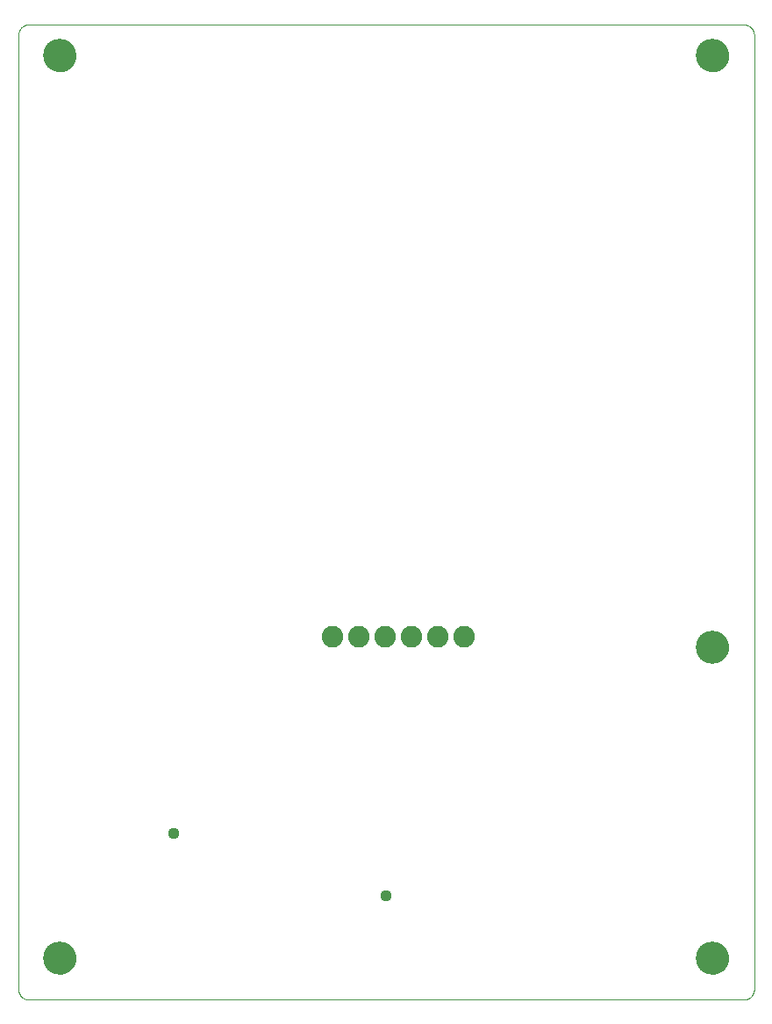
<source format=gts>
G75*
%MOIN*%
%OFA0B0*%
%FSLAX25Y25*%
%IPPOS*%
%LPD*%
%AMOC8*
5,1,8,0,0,1.08239X$1,22.5*
%
%ADD10C,0.00000*%
%ADD11C,0.08200*%
%ADD12C,0.12611*%
%ADD13C,0.04369*%
D10*
X0005437Y0002252D02*
X0277091Y0002252D01*
X0277215Y0002254D01*
X0277338Y0002260D01*
X0277462Y0002269D01*
X0277584Y0002283D01*
X0277707Y0002300D01*
X0277829Y0002322D01*
X0277950Y0002347D01*
X0278070Y0002376D01*
X0278189Y0002408D01*
X0278308Y0002445D01*
X0278425Y0002485D01*
X0278540Y0002528D01*
X0278655Y0002576D01*
X0278767Y0002627D01*
X0278878Y0002681D01*
X0278988Y0002739D01*
X0279095Y0002800D01*
X0279201Y0002865D01*
X0279304Y0002933D01*
X0279405Y0003004D01*
X0279504Y0003078D01*
X0279601Y0003155D01*
X0279695Y0003236D01*
X0279786Y0003319D01*
X0279875Y0003405D01*
X0279961Y0003494D01*
X0280044Y0003585D01*
X0280125Y0003679D01*
X0280202Y0003776D01*
X0280276Y0003875D01*
X0280347Y0003976D01*
X0280415Y0004079D01*
X0280480Y0004185D01*
X0280541Y0004292D01*
X0280599Y0004402D01*
X0280653Y0004513D01*
X0280704Y0004625D01*
X0280752Y0004740D01*
X0280795Y0004855D01*
X0280835Y0004972D01*
X0280872Y0005091D01*
X0280904Y0005210D01*
X0280933Y0005330D01*
X0280958Y0005451D01*
X0280980Y0005573D01*
X0280997Y0005696D01*
X0281011Y0005818D01*
X0281020Y0005942D01*
X0281026Y0006065D01*
X0281028Y0006189D01*
X0281028Y0368394D01*
X0281026Y0368518D01*
X0281020Y0368641D01*
X0281011Y0368765D01*
X0280997Y0368887D01*
X0280980Y0369010D01*
X0280958Y0369132D01*
X0280933Y0369253D01*
X0280904Y0369373D01*
X0280872Y0369492D01*
X0280835Y0369611D01*
X0280795Y0369728D01*
X0280752Y0369843D01*
X0280704Y0369958D01*
X0280653Y0370070D01*
X0280599Y0370181D01*
X0280541Y0370291D01*
X0280480Y0370398D01*
X0280415Y0370504D01*
X0280347Y0370607D01*
X0280276Y0370708D01*
X0280202Y0370807D01*
X0280125Y0370904D01*
X0280044Y0370998D01*
X0279961Y0371089D01*
X0279875Y0371178D01*
X0279786Y0371264D01*
X0279695Y0371347D01*
X0279601Y0371428D01*
X0279504Y0371505D01*
X0279405Y0371579D01*
X0279304Y0371650D01*
X0279201Y0371718D01*
X0279095Y0371783D01*
X0278988Y0371844D01*
X0278878Y0371902D01*
X0278767Y0371956D01*
X0278655Y0372007D01*
X0278540Y0372055D01*
X0278425Y0372098D01*
X0278308Y0372138D01*
X0278189Y0372175D01*
X0278070Y0372207D01*
X0277950Y0372236D01*
X0277829Y0372261D01*
X0277707Y0372283D01*
X0277584Y0372300D01*
X0277462Y0372314D01*
X0277338Y0372323D01*
X0277215Y0372329D01*
X0277091Y0372331D01*
X0005437Y0372331D01*
X0005313Y0372329D01*
X0005190Y0372323D01*
X0005066Y0372314D01*
X0004944Y0372300D01*
X0004821Y0372283D01*
X0004699Y0372261D01*
X0004578Y0372236D01*
X0004458Y0372207D01*
X0004339Y0372175D01*
X0004220Y0372138D01*
X0004103Y0372098D01*
X0003988Y0372055D01*
X0003873Y0372007D01*
X0003761Y0371956D01*
X0003650Y0371902D01*
X0003540Y0371844D01*
X0003433Y0371783D01*
X0003327Y0371718D01*
X0003224Y0371650D01*
X0003123Y0371579D01*
X0003024Y0371505D01*
X0002927Y0371428D01*
X0002833Y0371347D01*
X0002742Y0371264D01*
X0002653Y0371178D01*
X0002567Y0371089D01*
X0002484Y0370998D01*
X0002403Y0370904D01*
X0002326Y0370807D01*
X0002252Y0370708D01*
X0002181Y0370607D01*
X0002113Y0370504D01*
X0002048Y0370398D01*
X0001987Y0370291D01*
X0001929Y0370181D01*
X0001875Y0370070D01*
X0001824Y0369958D01*
X0001776Y0369843D01*
X0001733Y0369728D01*
X0001693Y0369611D01*
X0001656Y0369492D01*
X0001624Y0369373D01*
X0001595Y0369253D01*
X0001570Y0369132D01*
X0001548Y0369010D01*
X0001531Y0368887D01*
X0001517Y0368765D01*
X0001508Y0368641D01*
X0001502Y0368518D01*
X0001500Y0368394D01*
X0001500Y0006189D01*
X0001502Y0006065D01*
X0001508Y0005942D01*
X0001517Y0005818D01*
X0001531Y0005696D01*
X0001548Y0005573D01*
X0001570Y0005451D01*
X0001595Y0005330D01*
X0001624Y0005210D01*
X0001656Y0005091D01*
X0001693Y0004972D01*
X0001733Y0004855D01*
X0001776Y0004740D01*
X0001824Y0004625D01*
X0001875Y0004513D01*
X0001929Y0004402D01*
X0001987Y0004292D01*
X0002048Y0004185D01*
X0002113Y0004079D01*
X0002181Y0003976D01*
X0002252Y0003875D01*
X0002326Y0003776D01*
X0002403Y0003679D01*
X0002484Y0003585D01*
X0002567Y0003494D01*
X0002653Y0003405D01*
X0002742Y0003319D01*
X0002833Y0003236D01*
X0002927Y0003155D01*
X0003024Y0003078D01*
X0003123Y0003004D01*
X0003224Y0002933D01*
X0003327Y0002865D01*
X0003433Y0002800D01*
X0003540Y0002739D01*
X0003650Y0002681D01*
X0003761Y0002627D01*
X0003873Y0002576D01*
X0003988Y0002528D01*
X0004103Y0002485D01*
X0004220Y0002445D01*
X0004339Y0002408D01*
X0004458Y0002376D01*
X0004578Y0002347D01*
X0004699Y0002322D01*
X0004821Y0002300D01*
X0004944Y0002283D01*
X0005066Y0002269D01*
X0005190Y0002260D01*
X0005313Y0002254D01*
X0005437Y0002252D01*
X0011342Y0018000D02*
X0011344Y0018153D01*
X0011350Y0018307D01*
X0011360Y0018460D01*
X0011374Y0018612D01*
X0011392Y0018765D01*
X0011414Y0018916D01*
X0011439Y0019067D01*
X0011469Y0019218D01*
X0011503Y0019368D01*
X0011540Y0019516D01*
X0011581Y0019664D01*
X0011626Y0019810D01*
X0011675Y0019956D01*
X0011728Y0020100D01*
X0011784Y0020242D01*
X0011844Y0020383D01*
X0011908Y0020523D01*
X0011975Y0020661D01*
X0012046Y0020797D01*
X0012121Y0020931D01*
X0012198Y0021063D01*
X0012280Y0021193D01*
X0012364Y0021321D01*
X0012452Y0021447D01*
X0012543Y0021570D01*
X0012637Y0021691D01*
X0012735Y0021809D01*
X0012835Y0021925D01*
X0012939Y0022038D01*
X0013045Y0022149D01*
X0013154Y0022257D01*
X0013266Y0022362D01*
X0013380Y0022463D01*
X0013498Y0022562D01*
X0013617Y0022658D01*
X0013739Y0022751D01*
X0013864Y0022840D01*
X0013991Y0022927D01*
X0014120Y0023009D01*
X0014251Y0023089D01*
X0014384Y0023165D01*
X0014519Y0023238D01*
X0014656Y0023307D01*
X0014795Y0023372D01*
X0014935Y0023434D01*
X0015077Y0023492D01*
X0015220Y0023547D01*
X0015365Y0023598D01*
X0015511Y0023645D01*
X0015658Y0023688D01*
X0015806Y0023727D01*
X0015955Y0023763D01*
X0016105Y0023794D01*
X0016256Y0023822D01*
X0016407Y0023846D01*
X0016560Y0023866D01*
X0016712Y0023882D01*
X0016865Y0023894D01*
X0017018Y0023902D01*
X0017171Y0023906D01*
X0017325Y0023906D01*
X0017478Y0023902D01*
X0017631Y0023894D01*
X0017784Y0023882D01*
X0017936Y0023866D01*
X0018089Y0023846D01*
X0018240Y0023822D01*
X0018391Y0023794D01*
X0018541Y0023763D01*
X0018690Y0023727D01*
X0018838Y0023688D01*
X0018985Y0023645D01*
X0019131Y0023598D01*
X0019276Y0023547D01*
X0019419Y0023492D01*
X0019561Y0023434D01*
X0019701Y0023372D01*
X0019840Y0023307D01*
X0019977Y0023238D01*
X0020112Y0023165D01*
X0020245Y0023089D01*
X0020376Y0023009D01*
X0020505Y0022927D01*
X0020632Y0022840D01*
X0020757Y0022751D01*
X0020879Y0022658D01*
X0020998Y0022562D01*
X0021116Y0022463D01*
X0021230Y0022362D01*
X0021342Y0022257D01*
X0021451Y0022149D01*
X0021557Y0022038D01*
X0021661Y0021925D01*
X0021761Y0021809D01*
X0021859Y0021691D01*
X0021953Y0021570D01*
X0022044Y0021447D01*
X0022132Y0021321D01*
X0022216Y0021193D01*
X0022298Y0021063D01*
X0022375Y0020931D01*
X0022450Y0020797D01*
X0022521Y0020661D01*
X0022588Y0020523D01*
X0022652Y0020383D01*
X0022712Y0020242D01*
X0022768Y0020100D01*
X0022821Y0019956D01*
X0022870Y0019810D01*
X0022915Y0019664D01*
X0022956Y0019516D01*
X0022993Y0019368D01*
X0023027Y0019218D01*
X0023057Y0019067D01*
X0023082Y0018916D01*
X0023104Y0018765D01*
X0023122Y0018612D01*
X0023136Y0018460D01*
X0023146Y0018307D01*
X0023152Y0018153D01*
X0023154Y0018000D01*
X0023152Y0017847D01*
X0023146Y0017693D01*
X0023136Y0017540D01*
X0023122Y0017388D01*
X0023104Y0017235D01*
X0023082Y0017084D01*
X0023057Y0016933D01*
X0023027Y0016782D01*
X0022993Y0016632D01*
X0022956Y0016484D01*
X0022915Y0016336D01*
X0022870Y0016190D01*
X0022821Y0016044D01*
X0022768Y0015900D01*
X0022712Y0015758D01*
X0022652Y0015617D01*
X0022588Y0015477D01*
X0022521Y0015339D01*
X0022450Y0015203D01*
X0022375Y0015069D01*
X0022298Y0014937D01*
X0022216Y0014807D01*
X0022132Y0014679D01*
X0022044Y0014553D01*
X0021953Y0014430D01*
X0021859Y0014309D01*
X0021761Y0014191D01*
X0021661Y0014075D01*
X0021557Y0013962D01*
X0021451Y0013851D01*
X0021342Y0013743D01*
X0021230Y0013638D01*
X0021116Y0013537D01*
X0020998Y0013438D01*
X0020879Y0013342D01*
X0020757Y0013249D01*
X0020632Y0013160D01*
X0020505Y0013073D01*
X0020376Y0012991D01*
X0020245Y0012911D01*
X0020112Y0012835D01*
X0019977Y0012762D01*
X0019840Y0012693D01*
X0019701Y0012628D01*
X0019561Y0012566D01*
X0019419Y0012508D01*
X0019276Y0012453D01*
X0019131Y0012402D01*
X0018985Y0012355D01*
X0018838Y0012312D01*
X0018690Y0012273D01*
X0018541Y0012237D01*
X0018391Y0012206D01*
X0018240Y0012178D01*
X0018089Y0012154D01*
X0017936Y0012134D01*
X0017784Y0012118D01*
X0017631Y0012106D01*
X0017478Y0012098D01*
X0017325Y0012094D01*
X0017171Y0012094D01*
X0017018Y0012098D01*
X0016865Y0012106D01*
X0016712Y0012118D01*
X0016560Y0012134D01*
X0016407Y0012154D01*
X0016256Y0012178D01*
X0016105Y0012206D01*
X0015955Y0012237D01*
X0015806Y0012273D01*
X0015658Y0012312D01*
X0015511Y0012355D01*
X0015365Y0012402D01*
X0015220Y0012453D01*
X0015077Y0012508D01*
X0014935Y0012566D01*
X0014795Y0012628D01*
X0014656Y0012693D01*
X0014519Y0012762D01*
X0014384Y0012835D01*
X0014251Y0012911D01*
X0014120Y0012991D01*
X0013991Y0013073D01*
X0013864Y0013160D01*
X0013739Y0013249D01*
X0013617Y0013342D01*
X0013498Y0013438D01*
X0013380Y0013537D01*
X0013266Y0013638D01*
X0013154Y0013743D01*
X0013045Y0013851D01*
X0012939Y0013962D01*
X0012835Y0014075D01*
X0012735Y0014191D01*
X0012637Y0014309D01*
X0012543Y0014430D01*
X0012452Y0014553D01*
X0012364Y0014679D01*
X0012280Y0014807D01*
X0012198Y0014937D01*
X0012121Y0015069D01*
X0012046Y0015203D01*
X0011975Y0015339D01*
X0011908Y0015477D01*
X0011844Y0015617D01*
X0011784Y0015758D01*
X0011728Y0015900D01*
X0011675Y0016044D01*
X0011626Y0016190D01*
X0011581Y0016336D01*
X0011540Y0016484D01*
X0011503Y0016632D01*
X0011469Y0016782D01*
X0011439Y0016933D01*
X0011414Y0017084D01*
X0011392Y0017235D01*
X0011374Y0017388D01*
X0011360Y0017540D01*
X0011350Y0017693D01*
X0011344Y0017847D01*
X0011342Y0018000D01*
X0259374Y0018000D02*
X0259376Y0018153D01*
X0259382Y0018307D01*
X0259392Y0018460D01*
X0259406Y0018612D01*
X0259424Y0018765D01*
X0259446Y0018916D01*
X0259471Y0019067D01*
X0259501Y0019218D01*
X0259535Y0019368D01*
X0259572Y0019516D01*
X0259613Y0019664D01*
X0259658Y0019810D01*
X0259707Y0019956D01*
X0259760Y0020100D01*
X0259816Y0020242D01*
X0259876Y0020383D01*
X0259940Y0020523D01*
X0260007Y0020661D01*
X0260078Y0020797D01*
X0260153Y0020931D01*
X0260230Y0021063D01*
X0260312Y0021193D01*
X0260396Y0021321D01*
X0260484Y0021447D01*
X0260575Y0021570D01*
X0260669Y0021691D01*
X0260767Y0021809D01*
X0260867Y0021925D01*
X0260971Y0022038D01*
X0261077Y0022149D01*
X0261186Y0022257D01*
X0261298Y0022362D01*
X0261412Y0022463D01*
X0261530Y0022562D01*
X0261649Y0022658D01*
X0261771Y0022751D01*
X0261896Y0022840D01*
X0262023Y0022927D01*
X0262152Y0023009D01*
X0262283Y0023089D01*
X0262416Y0023165D01*
X0262551Y0023238D01*
X0262688Y0023307D01*
X0262827Y0023372D01*
X0262967Y0023434D01*
X0263109Y0023492D01*
X0263252Y0023547D01*
X0263397Y0023598D01*
X0263543Y0023645D01*
X0263690Y0023688D01*
X0263838Y0023727D01*
X0263987Y0023763D01*
X0264137Y0023794D01*
X0264288Y0023822D01*
X0264439Y0023846D01*
X0264592Y0023866D01*
X0264744Y0023882D01*
X0264897Y0023894D01*
X0265050Y0023902D01*
X0265203Y0023906D01*
X0265357Y0023906D01*
X0265510Y0023902D01*
X0265663Y0023894D01*
X0265816Y0023882D01*
X0265968Y0023866D01*
X0266121Y0023846D01*
X0266272Y0023822D01*
X0266423Y0023794D01*
X0266573Y0023763D01*
X0266722Y0023727D01*
X0266870Y0023688D01*
X0267017Y0023645D01*
X0267163Y0023598D01*
X0267308Y0023547D01*
X0267451Y0023492D01*
X0267593Y0023434D01*
X0267733Y0023372D01*
X0267872Y0023307D01*
X0268009Y0023238D01*
X0268144Y0023165D01*
X0268277Y0023089D01*
X0268408Y0023009D01*
X0268537Y0022927D01*
X0268664Y0022840D01*
X0268789Y0022751D01*
X0268911Y0022658D01*
X0269030Y0022562D01*
X0269148Y0022463D01*
X0269262Y0022362D01*
X0269374Y0022257D01*
X0269483Y0022149D01*
X0269589Y0022038D01*
X0269693Y0021925D01*
X0269793Y0021809D01*
X0269891Y0021691D01*
X0269985Y0021570D01*
X0270076Y0021447D01*
X0270164Y0021321D01*
X0270248Y0021193D01*
X0270330Y0021063D01*
X0270407Y0020931D01*
X0270482Y0020797D01*
X0270553Y0020661D01*
X0270620Y0020523D01*
X0270684Y0020383D01*
X0270744Y0020242D01*
X0270800Y0020100D01*
X0270853Y0019956D01*
X0270902Y0019810D01*
X0270947Y0019664D01*
X0270988Y0019516D01*
X0271025Y0019368D01*
X0271059Y0019218D01*
X0271089Y0019067D01*
X0271114Y0018916D01*
X0271136Y0018765D01*
X0271154Y0018612D01*
X0271168Y0018460D01*
X0271178Y0018307D01*
X0271184Y0018153D01*
X0271186Y0018000D01*
X0271184Y0017847D01*
X0271178Y0017693D01*
X0271168Y0017540D01*
X0271154Y0017388D01*
X0271136Y0017235D01*
X0271114Y0017084D01*
X0271089Y0016933D01*
X0271059Y0016782D01*
X0271025Y0016632D01*
X0270988Y0016484D01*
X0270947Y0016336D01*
X0270902Y0016190D01*
X0270853Y0016044D01*
X0270800Y0015900D01*
X0270744Y0015758D01*
X0270684Y0015617D01*
X0270620Y0015477D01*
X0270553Y0015339D01*
X0270482Y0015203D01*
X0270407Y0015069D01*
X0270330Y0014937D01*
X0270248Y0014807D01*
X0270164Y0014679D01*
X0270076Y0014553D01*
X0269985Y0014430D01*
X0269891Y0014309D01*
X0269793Y0014191D01*
X0269693Y0014075D01*
X0269589Y0013962D01*
X0269483Y0013851D01*
X0269374Y0013743D01*
X0269262Y0013638D01*
X0269148Y0013537D01*
X0269030Y0013438D01*
X0268911Y0013342D01*
X0268789Y0013249D01*
X0268664Y0013160D01*
X0268537Y0013073D01*
X0268408Y0012991D01*
X0268277Y0012911D01*
X0268144Y0012835D01*
X0268009Y0012762D01*
X0267872Y0012693D01*
X0267733Y0012628D01*
X0267593Y0012566D01*
X0267451Y0012508D01*
X0267308Y0012453D01*
X0267163Y0012402D01*
X0267017Y0012355D01*
X0266870Y0012312D01*
X0266722Y0012273D01*
X0266573Y0012237D01*
X0266423Y0012206D01*
X0266272Y0012178D01*
X0266121Y0012154D01*
X0265968Y0012134D01*
X0265816Y0012118D01*
X0265663Y0012106D01*
X0265510Y0012098D01*
X0265357Y0012094D01*
X0265203Y0012094D01*
X0265050Y0012098D01*
X0264897Y0012106D01*
X0264744Y0012118D01*
X0264592Y0012134D01*
X0264439Y0012154D01*
X0264288Y0012178D01*
X0264137Y0012206D01*
X0263987Y0012237D01*
X0263838Y0012273D01*
X0263690Y0012312D01*
X0263543Y0012355D01*
X0263397Y0012402D01*
X0263252Y0012453D01*
X0263109Y0012508D01*
X0262967Y0012566D01*
X0262827Y0012628D01*
X0262688Y0012693D01*
X0262551Y0012762D01*
X0262416Y0012835D01*
X0262283Y0012911D01*
X0262152Y0012991D01*
X0262023Y0013073D01*
X0261896Y0013160D01*
X0261771Y0013249D01*
X0261649Y0013342D01*
X0261530Y0013438D01*
X0261412Y0013537D01*
X0261298Y0013638D01*
X0261186Y0013743D01*
X0261077Y0013851D01*
X0260971Y0013962D01*
X0260867Y0014075D01*
X0260767Y0014191D01*
X0260669Y0014309D01*
X0260575Y0014430D01*
X0260484Y0014553D01*
X0260396Y0014679D01*
X0260312Y0014807D01*
X0260230Y0014937D01*
X0260153Y0015069D01*
X0260078Y0015203D01*
X0260007Y0015339D01*
X0259940Y0015477D01*
X0259876Y0015617D01*
X0259816Y0015758D01*
X0259760Y0015900D01*
X0259707Y0016044D01*
X0259658Y0016190D01*
X0259613Y0016336D01*
X0259572Y0016484D01*
X0259535Y0016632D01*
X0259501Y0016782D01*
X0259471Y0016933D01*
X0259446Y0017084D01*
X0259424Y0017235D01*
X0259406Y0017388D01*
X0259392Y0017540D01*
X0259382Y0017693D01*
X0259376Y0017847D01*
X0259374Y0018000D01*
X0259374Y0136110D02*
X0259376Y0136263D01*
X0259382Y0136417D01*
X0259392Y0136570D01*
X0259406Y0136722D01*
X0259424Y0136875D01*
X0259446Y0137026D01*
X0259471Y0137177D01*
X0259501Y0137328D01*
X0259535Y0137478D01*
X0259572Y0137626D01*
X0259613Y0137774D01*
X0259658Y0137920D01*
X0259707Y0138066D01*
X0259760Y0138210D01*
X0259816Y0138352D01*
X0259876Y0138493D01*
X0259940Y0138633D01*
X0260007Y0138771D01*
X0260078Y0138907D01*
X0260153Y0139041D01*
X0260230Y0139173D01*
X0260312Y0139303D01*
X0260396Y0139431D01*
X0260484Y0139557D01*
X0260575Y0139680D01*
X0260669Y0139801D01*
X0260767Y0139919D01*
X0260867Y0140035D01*
X0260971Y0140148D01*
X0261077Y0140259D01*
X0261186Y0140367D01*
X0261298Y0140472D01*
X0261412Y0140573D01*
X0261530Y0140672D01*
X0261649Y0140768D01*
X0261771Y0140861D01*
X0261896Y0140950D01*
X0262023Y0141037D01*
X0262152Y0141119D01*
X0262283Y0141199D01*
X0262416Y0141275D01*
X0262551Y0141348D01*
X0262688Y0141417D01*
X0262827Y0141482D01*
X0262967Y0141544D01*
X0263109Y0141602D01*
X0263252Y0141657D01*
X0263397Y0141708D01*
X0263543Y0141755D01*
X0263690Y0141798D01*
X0263838Y0141837D01*
X0263987Y0141873D01*
X0264137Y0141904D01*
X0264288Y0141932D01*
X0264439Y0141956D01*
X0264592Y0141976D01*
X0264744Y0141992D01*
X0264897Y0142004D01*
X0265050Y0142012D01*
X0265203Y0142016D01*
X0265357Y0142016D01*
X0265510Y0142012D01*
X0265663Y0142004D01*
X0265816Y0141992D01*
X0265968Y0141976D01*
X0266121Y0141956D01*
X0266272Y0141932D01*
X0266423Y0141904D01*
X0266573Y0141873D01*
X0266722Y0141837D01*
X0266870Y0141798D01*
X0267017Y0141755D01*
X0267163Y0141708D01*
X0267308Y0141657D01*
X0267451Y0141602D01*
X0267593Y0141544D01*
X0267733Y0141482D01*
X0267872Y0141417D01*
X0268009Y0141348D01*
X0268144Y0141275D01*
X0268277Y0141199D01*
X0268408Y0141119D01*
X0268537Y0141037D01*
X0268664Y0140950D01*
X0268789Y0140861D01*
X0268911Y0140768D01*
X0269030Y0140672D01*
X0269148Y0140573D01*
X0269262Y0140472D01*
X0269374Y0140367D01*
X0269483Y0140259D01*
X0269589Y0140148D01*
X0269693Y0140035D01*
X0269793Y0139919D01*
X0269891Y0139801D01*
X0269985Y0139680D01*
X0270076Y0139557D01*
X0270164Y0139431D01*
X0270248Y0139303D01*
X0270330Y0139173D01*
X0270407Y0139041D01*
X0270482Y0138907D01*
X0270553Y0138771D01*
X0270620Y0138633D01*
X0270684Y0138493D01*
X0270744Y0138352D01*
X0270800Y0138210D01*
X0270853Y0138066D01*
X0270902Y0137920D01*
X0270947Y0137774D01*
X0270988Y0137626D01*
X0271025Y0137478D01*
X0271059Y0137328D01*
X0271089Y0137177D01*
X0271114Y0137026D01*
X0271136Y0136875D01*
X0271154Y0136722D01*
X0271168Y0136570D01*
X0271178Y0136417D01*
X0271184Y0136263D01*
X0271186Y0136110D01*
X0271184Y0135957D01*
X0271178Y0135803D01*
X0271168Y0135650D01*
X0271154Y0135498D01*
X0271136Y0135345D01*
X0271114Y0135194D01*
X0271089Y0135043D01*
X0271059Y0134892D01*
X0271025Y0134742D01*
X0270988Y0134594D01*
X0270947Y0134446D01*
X0270902Y0134300D01*
X0270853Y0134154D01*
X0270800Y0134010D01*
X0270744Y0133868D01*
X0270684Y0133727D01*
X0270620Y0133587D01*
X0270553Y0133449D01*
X0270482Y0133313D01*
X0270407Y0133179D01*
X0270330Y0133047D01*
X0270248Y0132917D01*
X0270164Y0132789D01*
X0270076Y0132663D01*
X0269985Y0132540D01*
X0269891Y0132419D01*
X0269793Y0132301D01*
X0269693Y0132185D01*
X0269589Y0132072D01*
X0269483Y0131961D01*
X0269374Y0131853D01*
X0269262Y0131748D01*
X0269148Y0131647D01*
X0269030Y0131548D01*
X0268911Y0131452D01*
X0268789Y0131359D01*
X0268664Y0131270D01*
X0268537Y0131183D01*
X0268408Y0131101D01*
X0268277Y0131021D01*
X0268144Y0130945D01*
X0268009Y0130872D01*
X0267872Y0130803D01*
X0267733Y0130738D01*
X0267593Y0130676D01*
X0267451Y0130618D01*
X0267308Y0130563D01*
X0267163Y0130512D01*
X0267017Y0130465D01*
X0266870Y0130422D01*
X0266722Y0130383D01*
X0266573Y0130347D01*
X0266423Y0130316D01*
X0266272Y0130288D01*
X0266121Y0130264D01*
X0265968Y0130244D01*
X0265816Y0130228D01*
X0265663Y0130216D01*
X0265510Y0130208D01*
X0265357Y0130204D01*
X0265203Y0130204D01*
X0265050Y0130208D01*
X0264897Y0130216D01*
X0264744Y0130228D01*
X0264592Y0130244D01*
X0264439Y0130264D01*
X0264288Y0130288D01*
X0264137Y0130316D01*
X0263987Y0130347D01*
X0263838Y0130383D01*
X0263690Y0130422D01*
X0263543Y0130465D01*
X0263397Y0130512D01*
X0263252Y0130563D01*
X0263109Y0130618D01*
X0262967Y0130676D01*
X0262827Y0130738D01*
X0262688Y0130803D01*
X0262551Y0130872D01*
X0262416Y0130945D01*
X0262283Y0131021D01*
X0262152Y0131101D01*
X0262023Y0131183D01*
X0261896Y0131270D01*
X0261771Y0131359D01*
X0261649Y0131452D01*
X0261530Y0131548D01*
X0261412Y0131647D01*
X0261298Y0131748D01*
X0261186Y0131853D01*
X0261077Y0131961D01*
X0260971Y0132072D01*
X0260867Y0132185D01*
X0260767Y0132301D01*
X0260669Y0132419D01*
X0260575Y0132540D01*
X0260484Y0132663D01*
X0260396Y0132789D01*
X0260312Y0132917D01*
X0260230Y0133047D01*
X0260153Y0133179D01*
X0260078Y0133313D01*
X0260007Y0133449D01*
X0259940Y0133587D01*
X0259876Y0133727D01*
X0259816Y0133868D01*
X0259760Y0134010D01*
X0259707Y0134154D01*
X0259658Y0134300D01*
X0259613Y0134446D01*
X0259572Y0134594D01*
X0259535Y0134742D01*
X0259501Y0134892D01*
X0259471Y0135043D01*
X0259446Y0135194D01*
X0259424Y0135345D01*
X0259406Y0135498D01*
X0259392Y0135650D01*
X0259382Y0135803D01*
X0259376Y0135957D01*
X0259374Y0136110D01*
X0259374Y0360520D02*
X0259376Y0360673D01*
X0259382Y0360827D01*
X0259392Y0360980D01*
X0259406Y0361132D01*
X0259424Y0361285D01*
X0259446Y0361436D01*
X0259471Y0361587D01*
X0259501Y0361738D01*
X0259535Y0361888D01*
X0259572Y0362036D01*
X0259613Y0362184D01*
X0259658Y0362330D01*
X0259707Y0362476D01*
X0259760Y0362620D01*
X0259816Y0362762D01*
X0259876Y0362903D01*
X0259940Y0363043D01*
X0260007Y0363181D01*
X0260078Y0363317D01*
X0260153Y0363451D01*
X0260230Y0363583D01*
X0260312Y0363713D01*
X0260396Y0363841D01*
X0260484Y0363967D01*
X0260575Y0364090D01*
X0260669Y0364211D01*
X0260767Y0364329D01*
X0260867Y0364445D01*
X0260971Y0364558D01*
X0261077Y0364669D01*
X0261186Y0364777D01*
X0261298Y0364882D01*
X0261412Y0364983D01*
X0261530Y0365082D01*
X0261649Y0365178D01*
X0261771Y0365271D01*
X0261896Y0365360D01*
X0262023Y0365447D01*
X0262152Y0365529D01*
X0262283Y0365609D01*
X0262416Y0365685D01*
X0262551Y0365758D01*
X0262688Y0365827D01*
X0262827Y0365892D01*
X0262967Y0365954D01*
X0263109Y0366012D01*
X0263252Y0366067D01*
X0263397Y0366118D01*
X0263543Y0366165D01*
X0263690Y0366208D01*
X0263838Y0366247D01*
X0263987Y0366283D01*
X0264137Y0366314D01*
X0264288Y0366342D01*
X0264439Y0366366D01*
X0264592Y0366386D01*
X0264744Y0366402D01*
X0264897Y0366414D01*
X0265050Y0366422D01*
X0265203Y0366426D01*
X0265357Y0366426D01*
X0265510Y0366422D01*
X0265663Y0366414D01*
X0265816Y0366402D01*
X0265968Y0366386D01*
X0266121Y0366366D01*
X0266272Y0366342D01*
X0266423Y0366314D01*
X0266573Y0366283D01*
X0266722Y0366247D01*
X0266870Y0366208D01*
X0267017Y0366165D01*
X0267163Y0366118D01*
X0267308Y0366067D01*
X0267451Y0366012D01*
X0267593Y0365954D01*
X0267733Y0365892D01*
X0267872Y0365827D01*
X0268009Y0365758D01*
X0268144Y0365685D01*
X0268277Y0365609D01*
X0268408Y0365529D01*
X0268537Y0365447D01*
X0268664Y0365360D01*
X0268789Y0365271D01*
X0268911Y0365178D01*
X0269030Y0365082D01*
X0269148Y0364983D01*
X0269262Y0364882D01*
X0269374Y0364777D01*
X0269483Y0364669D01*
X0269589Y0364558D01*
X0269693Y0364445D01*
X0269793Y0364329D01*
X0269891Y0364211D01*
X0269985Y0364090D01*
X0270076Y0363967D01*
X0270164Y0363841D01*
X0270248Y0363713D01*
X0270330Y0363583D01*
X0270407Y0363451D01*
X0270482Y0363317D01*
X0270553Y0363181D01*
X0270620Y0363043D01*
X0270684Y0362903D01*
X0270744Y0362762D01*
X0270800Y0362620D01*
X0270853Y0362476D01*
X0270902Y0362330D01*
X0270947Y0362184D01*
X0270988Y0362036D01*
X0271025Y0361888D01*
X0271059Y0361738D01*
X0271089Y0361587D01*
X0271114Y0361436D01*
X0271136Y0361285D01*
X0271154Y0361132D01*
X0271168Y0360980D01*
X0271178Y0360827D01*
X0271184Y0360673D01*
X0271186Y0360520D01*
X0271184Y0360367D01*
X0271178Y0360213D01*
X0271168Y0360060D01*
X0271154Y0359908D01*
X0271136Y0359755D01*
X0271114Y0359604D01*
X0271089Y0359453D01*
X0271059Y0359302D01*
X0271025Y0359152D01*
X0270988Y0359004D01*
X0270947Y0358856D01*
X0270902Y0358710D01*
X0270853Y0358564D01*
X0270800Y0358420D01*
X0270744Y0358278D01*
X0270684Y0358137D01*
X0270620Y0357997D01*
X0270553Y0357859D01*
X0270482Y0357723D01*
X0270407Y0357589D01*
X0270330Y0357457D01*
X0270248Y0357327D01*
X0270164Y0357199D01*
X0270076Y0357073D01*
X0269985Y0356950D01*
X0269891Y0356829D01*
X0269793Y0356711D01*
X0269693Y0356595D01*
X0269589Y0356482D01*
X0269483Y0356371D01*
X0269374Y0356263D01*
X0269262Y0356158D01*
X0269148Y0356057D01*
X0269030Y0355958D01*
X0268911Y0355862D01*
X0268789Y0355769D01*
X0268664Y0355680D01*
X0268537Y0355593D01*
X0268408Y0355511D01*
X0268277Y0355431D01*
X0268144Y0355355D01*
X0268009Y0355282D01*
X0267872Y0355213D01*
X0267733Y0355148D01*
X0267593Y0355086D01*
X0267451Y0355028D01*
X0267308Y0354973D01*
X0267163Y0354922D01*
X0267017Y0354875D01*
X0266870Y0354832D01*
X0266722Y0354793D01*
X0266573Y0354757D01*
X0266423Y0354726D01*
X0266272Y0354698D01*
X0266121Y0354674D01*
X0265968Y0354654D01*
X0265816Y0354638D01*
X0265663Y0354626D01*
X0265510Y0354618D01*
X0265357Y0354614D01*
X0265203Y0354614D01*
X0265050Y0354618D01*
X0264897Y0354626D01*
X0264744Y0354638D01*
X0264592Y0354654D01*
X0264439Y0354674D01*
X0264288Y0354698D01*
X0264137Y0354726D01*
X0263987Y0354757D01*
X0263838Y0354793D01*
X0263690Y0354832D01*
X0263543Y0354875D01*
X0263397Y0354922D01*
X0263252Y0354973D01*
X0263109Y0355028D01*
X0262967Y0355086D01*
X0262827Y0355148D01*
X0262688Y0355213D01*
X0262551Y0355282D01*
X0262416Y0355355D01*
X0262283Y0355431D01*
X0262152Y0355511D01*
X0262023Y0355593D01*
X0261896Y0355680D01*
X0261771Y0355769D01*
X0261649Y0355862D01*
X0261530Y0355958D01*
X0261412Y0356057D01*
X0261298Y0356158D01*
X0261186Y0356263D01*
X0261077Y0356371D01*
X0260971Y0356482D01*
X0260867Y0356595D01*
X0260767Y0356711D01*
X0260669Y0356829D01*
X0260575Y0356950D01*
X0260484Y0357073D01*
X0260396Y0357199D01*
X0260312Y0357327D01*
X0260230Y0357457D01*
X0260153Y0357589D01*
X0260078Y0357723D01*
X0260007Y0357859D01*
X0259940Y0357997D01*
X0259876Y0358137D01*
X0259816Y0358278D01*
X0259760Y0358420D01*
X0259707Y0358564D01*
X0259658Y0358710D01*
X0259613Y0358856D01*
X0259572Y0359004D01*
X0259535Y0359152D01*
X0259501Y0359302D01*
X0259471Y0359453D01*
X0259446Y0359604D01*
X0259424Y0359755D01*
X0259406Y0359908D01*
X0259392Y0360060D01*
X0259382Y0360213D01*
X0259376Y0360367D01*
X0259374Y0360520D01*
X0011342Y0360520D02*
X0011344Y0360673D01*
X0011350Y0360827D01*
X0011360Y0360980D01*
X0011374Y0361132D01*
X0011392Y0361285D01*
X0011414Y0361436D01*
X0011439Y0361587D01*
X0011469Y0361738D01*
X0011503Y0361888D01*
X0011540Y0362036D01*
X0011581Y0362184D01*
X0011626Y0362330D01*
X0011675Y0362476D01*
X0011728Y0362620D01*
X0011784Y0362762D01*
X0011844Y0362903D01*
X0011908Y0363043D01*
X0011975Y0363181D01*
X0012046Y0363317D01*
X0012121Y0363451D01*
X0012198Y0363583D01*
X0012280Y0363713D01*
X0012364Y0363841D01*
X0012452Y0363967D01*
X0012543Y0364090D01*
X0012637Y0364211D01*
X0012735Y0364329D01*
X0012835Y0364445D01*
X0012939Y0364558D01*
X0013045Y0364669D01*
X0013154Y0364777D01*
X0013266Y0364882D01*
X0013380Y0364983D01*
X0013498Y0365082D01*
X0013617Y0365178D01*
X0013739Y0365271D01*
X0013864Y0365360D01*
X0013991Y0365447D01*
X0014120Y0365529D01*
X0014251Y0365609D01*
X0014384Y0365685D01*
X0014519Y0365758D01*
X0014656Y0365827D01*
X0014795Y0365892D01*
X0014935Y0365954D01*
X0015077Y0366012D01*
X0015220Y0366067D01*
X0015365Y0366118D01*
X0015511Y0366165D01*
X0015658Y0366208D01*
X0015806Y0366247D01*
X0015955Y0366283D01*
X0016105Y0366314D01*
X0016256Y0366342D01*
X0016407Y0366366D01*
X0016560Y0366386D01*
X0016712Y0366402D01*
X0016865Y0366414D01*
X0017018Y0366422D01*
X0017171Y0366426D01*
X0017325Y0366426D01*
X0017478Y0366422D01*
X0017631Y0366414D01*
X0017784Y0366402D01*
X0017936Y0366386D01*
X0018089Y0366366D01*
X0018240Y0366342D01*
X0018391Y0366314D01*
X0018541Y0366283D01*
X0018690Y0366247D01*
X0018838Y0366208D01*
X0018985Y0366165D01*
X0019131Y0366118D01*
X0019276Y0366067D01*
X0019419Y0366012D01*
X0019561Y0365954D01*
X0019701Y0365892D01*
X0019840Y0365827D01*
X0019977Y0365758D01*
X0020112Y0365685D01*
X0020245Y0365609D01*
X0020376Y0365529D01*
X0020505Y0365447D01*
X0020632Y0365360D01*
X0020757Y0365271D01*
X0020879Y0365178D01*
X0020998Y0365082D01*
X0021116Y0364983D01*
X0021230Y0364882D01*
X0021342Y0364777D01*
X0021451Y0364669D01*
X0021557Y0364558D01*
X0021661Y0364445D01*
X0021761Y0364329D01*
X0021859Y0364211D01*
X0021953Y0364090D01*
X0022044Y0363967D01*
X0022132Y0363841D01*
X0022216Y0363713D01*
X0022298Y0363583D01*
X0022375Y0363451D01*
X0022450Y0363317D01*
X0022521Y0363181D01*
X0022588Y0363043D01*
X0022652Y0362903D01*
X0022712Y0362762D01*
X0022768Y0362620D01*
X0022821Y0362476D01*
X0022870Y0362330D01*
X0022915Y0362184D01*
X0022956Y0362036D01*
X0022993Y0361888D01*
X0023027Y0361738D01*
X0023057Y0361587D01*
X0023082Y0361436D01*
X0023104Y0361285D01*
X0023122Y0361132D01*
X0023136Y0360980D01*
X0023146Y0360827D01*
X0023152Y0360673D01*
X0023154Y0360520D01*
X0023152Y0360367D01*
X0023146Y0360213D01*
X0023136Y0360060D01*
X0023122Y0359908D01*
X0023104Y0359755D01*
X0023082Y0359604D01*
X0023057Y0359453D01*
X0023027Y0359302D01*
X0022993Y0359152D01*
X0022956Y0359004D01*
X0022915Y0358856D01*
X0022870Y0358710D01*
X0022821Y0358564D01*
X0022768Y0358420D01*
X0022712Y0358278D01*
X0022652Y0358137D01*
X0022588Y0357997D01*
X0022521Y0357859D01*
X0022450Y0357723D01*
X0022375Y0357589D01*
X0022298Y0357457D01*
X0022216Y0357327D01*
X0022132Y0357199D01*
X0022044Y0357073D01*
X0021953Y0356950D01*
X0021859Y0356829D01*
X0021761Y0356711D01*
X0021661Y0356595D01*
X0021557Y0356482D01*
X0021451Y0356371D01*
X0021342Y0356263D01*
X0021230Y0356158D01*
X0021116Y0356057D01*
X0020998Y0355958D01*
X0020879Y0355862D01*
X0020757Y0355769D01*
X0020632Y0355680D01*
X0020505Y0355593D01*
X0020376Y0355511D01*
X0020245Y0355431D01*
X0020112Y0355355D01*
X0019977Y0355282D01*
X0019840Y0355213D01*
X0019701Y0355148D01*
X0019561Y0355086D01*
X0019419Y0355028D01*
X0019276Y0354973D01*
X0019131Y0354922D01*
X0018985Y0354875D01*
X0018838Y0354832D01*
X0018690Y0354793D01*
X0018541Y0354757D01*
X0018391Y0354726D01*
X0018240Y0354698D01*
X0018089Y0354674D01*
X0017936Y0354654D01*
X0017784Y0354638D01*
X0017631Y0354626D01*
X0017478Y0354618D01*
X0017325Y0354614D01*
X0017171Y0354614D01*
X0017018Y0354618D01*
X0016865Y0354626D01*
X0016712Y0354638D01*
X0016560Y0354654D01*
X0016407Y0354674D01*
X0016256Y0354698D01*
X0016105Y0354726D01*
X0015955Y0354757D01*
X0015806Y0354793D01*
X0015658Y0354832D01*
X0015511Y0354875D01*
X0015365Y0354922D01*
X0015220Y0354973D01*
X0015077Y0355028D01*
X0014935Y0355086D01*
X0014795Y0355148D01*
X0014656Y0355213D01*
X0014519Y0355282D01*
X0014384Y0355355D01*
X0014251Y0355431D01*
X0014120Y0355511D01*
X0013991Y0355593D01*
X0013864Y0355680D01*
X0013739Y0355769D01*
X0013617Y0355862D01*
X0013498Y0355958D01*
X0013380Y0356057D01*
X0013266Y0356158D01*
X0013154Y0356263D01*
X0013045Y0356371D01*
X0012939Y0356482D01*
X0012835Y0356595D01*
X0012735Y0356711D01*
X0012637Y0356829D01*
X0012543Y0356950D01*
X0012452Y0357073D01*
X0012364Y0357199D01*
X0012280Y0357327D01*
X0012198Y0357457D01*
X0012121Y0357589D01*
X0012046Y0357723D01*
X0011975Y0357859D01*
X0011908Y0357997D01*
X0011844Y0358137D01*
X0011784Y0358278D01*
X0011728Y0358420D01*
X0011675Y0358564D01*
X0011626Y0358710D01*
X0011581Y0358856D01*
X0011540Y0359004D01*
X0011503Y0359152D01*
X0011469Y0359302D01*
X0011439Y0359453D01*
X0011414Y0359604D01*
X0011392Y0359755D01*
X0011374Y0359908D01*
X0011360Y0360060D01*
X0011350Y0360213D01*
X0011344Y0360367D01*
X0011342Y0360520D01*
D11*
X0120791Y0140047D03*
X0130791Y0140047D03*
X0140791Y0140047D03*
X0150791Y0140047D03*
X0160791Y0140047D03*
X0170791Y0140047D03*
D12*
X0265280Y0136110D03*
X0265280Y0018000D03*
X0017248Y0018000D03*
X0017248Y0360520D03*
X0265280Y0360520D03*
D13*
X0060555Y0065244D03*
X0141264Y0041622D03*
M02*

</source>
